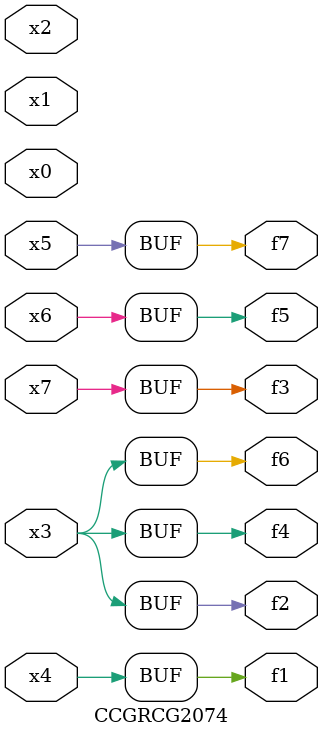
<source format=v>
module CCGRCG2074(
	input x0, x1, x2, x3, x4, x5, x6, x7,
	output f1, f2, f3, f4, f5, f6, f7
);
	assign f1 = x4;
	assign f2 = x3;
	assign f3 = x7;
	assign f4 = x3;
	assign f5 = x6;
	assign f6 = x3;
	assign f7 = x5;
endmodule

</source>
